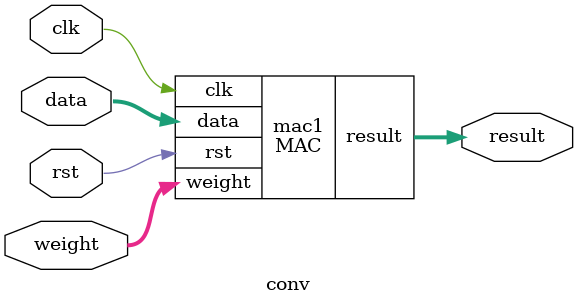
<source format=v>
`timescale 1ns / 1ps

module CLA (
  
  input [15:0] X,
  input [15:0] Y,
  input  C_i,
  output C_o,
  output [15:0] S
);
  wire [15:0] g_wires;
  wire [15:0] p_wires;
  wire [16:0] c_wires;

  assign c_wires[0] = C_i;
  assign C_o = c_wires[16];
   
  genvar j;
  generate
    for (j = 0; j < 16; j = j + 1) begin : GandP_loop
      assign g_wires[j] = X[j] & Y[j];
      assign p_wires[j] = X[j] ^ Y[j];
      assign S[j] = p_wires[j] ^ c_wires[j];
      assign c_wires[j + 1] = g_wires[j] | (p_wires[j] & c_wires[j]);
    end
  endgenerate
endmodule


module mults(
    input [7:0] X, A,
    output [15:0] result
    );
    wire [15:0] PP [7:0];
    wire number;
    wire [15:0] sum [6:0];
    wire [6:0] cout;
    initial 
    begin 
    end 
    genvar i;
    generate 
    for (i = 0; i < 8; i = i + 1) begin : PARTIAL_PRODUCTS
        assign PP[i][15:0]  = (X[i] == 1'b1) ? (A << i) : 16'b0;     
    end
    endgenerate
    // sum of partial product 
    CLA CLA1(PP[0], PP[1], 1'b0, cout[0], sum[0]);  
    CLA CLA2(PP[2], PP[3], 1'b0, cout[1], sum[1]);  
    CLA CLA3(PP[4], PP[5], 1'b0, cout[2], sum[2]);  
    CLA CLA4(PP[6], PP[7], 1'b0, cout[3], sum[3]); 
    // sum of result of partial product 
    CLA CLA5(sum[0], sum[1],1'b0, cout[4], sum[4]);  
    CLA CLA6(sum[2], sum[3],1'b0, cout[5], sum[5]);  
    CLA CLA7(sum[4], sum[5],1'b0, cout[6], sum[6]);  
    assign result= sum[6];
    
endmodule

module mults_signed(
     input [7:0] X, A,
    output [15:0] result);
    wire [7:0] PP [7:0];
    wire [15:0] PP_2 [7:0];
    wire [7:0] PP_1 [7:0];
    wire [15:0] sum [7:0]; 
    wire cout [7:0]; 
    genvar i;
    generate 
    for (i = 0; i < 8; i = i + 1) 
    begin : PP_start
        assign PP[i][7:0]  = X[i]*A;      
    end   
    endgenerate
    genvar j,k; 
    generate
    for (j = 0; j < 8; j = j + 1) 
    begin : PP_f1
        for (k = 0; k < 8; k = k + 1) 
        begin 
        if (j!=7)
            begin 
             if (k!=7)
                begin 
                assign PP_1[j][k]  = PP[j][k];  
                end 
             else
                begin 
                assign PP_1[j][k]  = ~PP[j][k];  
                end 
            end
        else
            begin 
             if (k!=7)
                begin 
                assign PP_1[j][k]  =~PP[j][k];  
                end 
             else
                begin 
                assign PP_1[j][k]  = PP[j][k];  
                end 
            end
        end      
    end   
    endgenerate
    
    genvar t;
    generate 
    for (t = 0; t < 8; t = t + 1) 
    begin 
        assign PP_2[t][15:0]  = PP_1[t]<<t;      
    end 
    endgenerate
    
    
    CLA CLA1(PP_2[0][15:0], PP_2[1][15:0], 1'b0, cout[0], sum[0][15:0]);  
    CLA CLA2(PP_2[2][15:0], PP_2[3][15:0], 1'b0, cout[1], sum[1][15:0]);  
    CLA CLA3(PP_2[4][15:0], PP_2[5][15:0], 1'b0, cout[2], sum[2][15:0]);  
    CLA CLA4(PP_2[6][15:0], PP_2[7][15:0], 1'b0, cout[3], sum[3][15:0]); 
    CLA CLA5(sum[0][15:0], sum[1][15:0], 1'b0, cout[4], sum[4][15:0]);  
    CLA CLA6(sum[2][15:0], sum[3][15:0], 1'b0, cout[5], sum[5][15:0]);  
    CLA CLA7(sum[4][15:0], sum[5][15:0], 1'b0, cout[6], sum[6][15:0]);  
    CLA CLA8(sum[6][15:0], 16'b1000000100000000, 0, cout[7], sum[7][15:0]); 
    assign result[15:0] = sum[7][15:0]; 
    
endmodule 

module multb(
input signed [7:0] A,
input signed [7:0] B,
output reg signed [15:0] result
);
always @(*)
begin 
     result <= A * B ;
end 
endmodule


module adderb(
input signed [15:0] A,
input signed [15:0] B,
output reg signed [15:0] result
);
always @(*)
begin 
     result <= A + B ;
end 
endmodule

module MAC(
input clk, rst,
input signed [23:0] data,weight,
output reg signed [19:0] result);
wire signed [15:0] product [2:0];
wire signed [15:0] sum[1:0];
reg signed [19:0] result_temp;
reg signed [19:0] result_temp2;
multb multb1(.A(data[7:0]), .B(weight[7:0]), .result(product[0]));
multb multb2(.A(data[15:8]), .B(weight[15:8]), .result(product[1]));
multb multb3(.A(data[23:16]), .B(weight[23:16]), .result(product[2]));
adderb adderb1(.A(product[0]),.B(product[1]),.result(sum[0]));
adderb adderb2(.A(product[2]),.B(sum[0]),.result(sum[1]));

reg [1:0]count;
always @(posedge clk or posedge rst )
        if (rst) begin 
            result_temp <= 20'd0;
            result_temp2<=20'd0; 
            result <= 20'd0; 
            count <= 2'b00; 
        end 
 
        else begin 
            result_temp <= result_temp + sum[1]; 
            result_temp2<=  result_temp2 + sum[1]; 
            count <= count + 1; 
            if (count == 2'b10) begin 
                result <= result_temp + sum[1]; 
                result_temp <= 20'd0; 
                count <= 2'b00; 
            end 
        end 
endmodule


module conv(
input clk, rst,
  input signed [23:0] data,
  input signed [23:0] weight,
  output signed [19:0] result
);
MAC mac1 (.clk(clk), .rst(rst), .data(data), .weight(weight), .result(result));

endmodule











</source>
